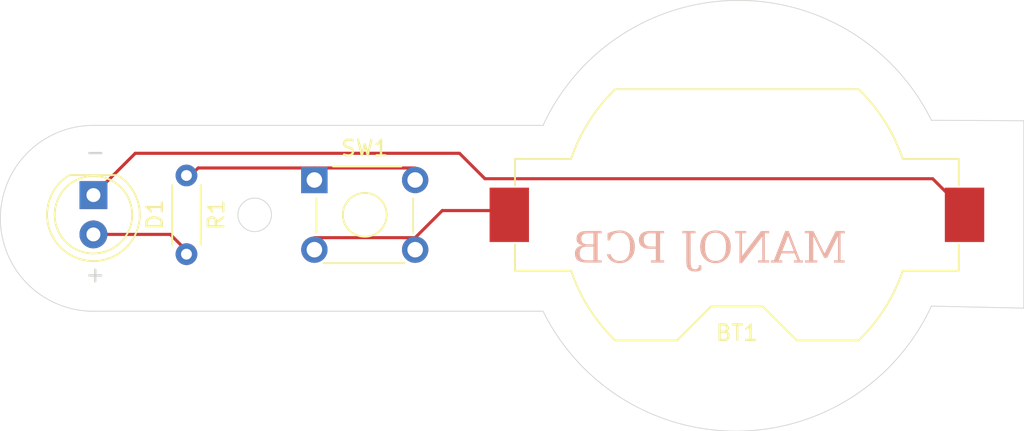
<source format=kicad_pcb>
(kicad_pcb (version 20240108) (generator "pcbnew") (generator_version "8.0")
  (layers (0 "F.Cu" signal) (31 "B.Cu" signal) (34 "B.Paste" user) (35 "F.Paste" user) (36 "B.SilkS" user "B.Silkscreen") (37 "F.SilkS" user "F.Silkscreen") (38 "B.Mask" user) (39 "F.Mask" user) (44 "Edge.Cuts" user))
  (net 0 "")
  (net 1 "Net-(BT1--)")
  (net 2 "Net-(BT1-+)")
  (net 3 "Net-(D1-A)")
  (net 4 "Net-(SW1A-A)")
  (footprint "Resistor_THT:R_Axial_DIN0204_L3.6mm_D1.6mm_P5.08mm_Horizontal" (layer "F.Cu") (at 131 80.735 -90)
    (property "Reference" "R1" (at 2.54 -1.92 90) (layer "F.SilkS"))
    (property "Value" "R")
    (fp_line (start 0.62 0.92) (end 4.46 0.92) (stroke (width 0.12)) (layer "F.SilkS"))
    (fp_line (start 0.62 -0.92) (end 4.46 -0.92) (stroke (width 0.12)) (layer "F.SilkS"))
    (pad "1" thru_hole circle (at 0 0 270) (size 1.4 1.4) (drill 0.7) (layers "*.Cu" "*.Mask") (net 4 "Net-(SW1A-A)"))
    (pad "2" thru_hole oval (at 5.08 0 270) (size 1.4 1.4) (drill 0.7) (layers "*.Cu" "*.Mask") (net 3 "Net-(D1-A)"))
  )
  (footprint "Button_Switch_THT:SW_TH_Tactile_Omron_B3F-10xx" (layer "F.Cu") (at 139.25 81.025)
    (property "Reference" "SW1" (at 3.25 -2.05 0) (layer "F.SilkS"))
    (property "Value" "SW_DPST_x2")
    (fp_line (start 0.13 3.4) (end 0.13 1.2) (stroke (width 0.12)) (layer "F.SilkS"))
    (fp_line (start 0.6 5.37) (end 5.8 5.37) (stroke (width 0.12)) (layer "F.SilkS"))
    (fp_line (start 1.2 -0.87) (end 5.6 -0.87) (stroke (width 0.12)) (layer "F.SilkS"))
    (fp_line (start 6.37 1.2) (end 6.37 3.4) (stroke (width 0.12)) (layer "F.SilkS"))
    (fp_circle (center 3.25 2.25) (end 4.25 3.25) (stroke (width 0.12)) (fill none) (layer "F.SilkS"))
    (pad "1" thru_hole rect (at 0 0) (size 1.7 1.7) (drill 1) (layers "*.Cu" "*.Mask") (net 4 "Net-(SW1A-A)"))
    (pad "1" thru_hole circle (at 6.5 0) (size 1.7 1.7) (drill 1) (layers "*.Cu" "*.Mask") (net 4 "Net-(SW1A-A)"))
    (pad "2" thru_hole circle (at 0 4.5) (size 1.7 1.7) (drill 1) (layers "*.Cu" "*.Mask") (net 2 "Net-(BT1-+)"))
    (pad "2" thru_hole circle (at 6.5 4.5) (size 1.7 1.7) (drill 1) (layers "*.Cu" "*.Mask") (net 2 "Net-(BT1-+)"))
  )
  (footprint "Battery:BatteryHolder_Keystone_1058_1x2032" (layer "F.Cu") (at 166.5 83.275)
    (property "Reference" "BT1" (at 0 7.62 0) (layer "F.SilkS"))
    (property "Value" "Battery_Cell")
    (fp_line (start -14.31 -3.61) (end -10.692 -3.61) (stroke (width 0.12)) (layer "F.SilkS"))
    (fp_line (start -14.31 -1.9) (end -14.31 -3.61) (stroke (width 0.12)) (layer "F.SilkS"))
    (fp_line (start -14.31 1.9) (end -14.31 3.61) (stroke (width 0.12)) (layer "F.SilkS"))
    (fp_line (start -10.692 3.61) (end -14.31 3.61) (stroke (width 0.12)) (layer "F.SilkS"))
    (fp_line (start -7.8473 -8.11) (end 7.8473 -8.11) (stroke (width 0.12)) (layer "F.SilkS"))
    (fp_line (start -3.86 8.11) (end -7.8473 8.11) (stroke (width 0.12)) (layer "F.SilkS"))
    (fp_line (start -1.66 5.91) (end -3.86 8.11) (stroke (width 0.12)) (layer "F.SilkS"))
    (fp_line (start 1.66 5.91) (end -1.66 5.91) (stroke (width 0.12)) (layer "F.SilkS"))
    (fp_line (start 1.66 5.91) (end 3.86 8.11) (stroke (width 0.12)) (layer "F.SilkS"))
    (fp_line (start 7.8473 8.11) (end 3.86 8.11) (stroke (width 0.12)) (layer "F.SilkS"))
    (fp_line (start 10.692 -3.61) (end 14.31 -3.61) (stroke (width 0.12)) (layer "F.SilkS"))
    (fp_line (start 14.31 -1.9) (end 14.31 -3.61) (stroke (width 0.12)) (layer "F.SilkS"))
    (fp_line (start 14.31 1.9) (end 14.31 3.61) (stroke (width 0.12)) (layer "F.SilkS"))
    (fp_line (start 14.31 3.61) (end 10.692 3.61) (stroke (width 0.12)) (layer "F.SilkS"))
    (fp_arc (start -10.692 -3.61) (mid -9.538084 -6.031244) (end -7.845371 -8.111789) (stroke (width 0.12)) (layer "F.SilkS"))
    (fp_arc (start -7.845371 8.111789) (mid -9.538085 6.031244) (end -10.692 3.61) (stroke (width 0.12)) (layer "F.SilkS"))
    (fp_arc (start 7.845371 -8.111789) (mid 9.538085 -6.031244) (end 10.692 -3.61) (stroke (width 0.12)) (layer "F.SilkS"))
    (fp_arc (start 10.692 3.61) (mid 9.538084 6.031244) (end 7.845371 8.111789) (stroke (width 0.12)) (layer "F.SilkS"))
    (pad "1" smd rect (at -14.68 0) (size 2.54 3.51) (layers "F.Cu" "F.Paste" "F.Mask") (net 2 "Net-(BT1-+)"))
    (pad "2" smd rect (at 14.68 0) (size 2.54 3.51) (layers "F.Cu" "F.Paste" "F.Mask") (net 1 "Net-(BT1--)"))
  )
  (footprint "LED_THT:LED_D5.0mm" (layer "F.Cu") (at 125 82 -90)
    (property "Reference" "D1" (at 1.27 -3.96 90) (layer "F.SilkS"))
    (property "Value" "LED")
    (fp_line (start -1.29 -1.545) (end -1.29 1.545) (stroke (width 0.12)) (layer "F.SilkS"))
    (fp_arc (start 4.26 -0.000462) (mid 2.072002 2.880433) (end -1.29 1.54483) (stroke (width 0.12)) (layer "F.SilkS"))
    (fp_arc (start -1.29 -1.54483) (mid 2.072002 -2.880433) (end 4.26 0.000462) (stroke (width 0.12)) (layer "F.SilkS"))
    (fp_circle (center 1.27 0) (end 3.77 0) (stroke (width 0.12)) (fill none) (layer "F.SilkS"))
    (pad "1" thru_hole rect (at 0 0 270) (size 1.8 1.8) (drill 0.9) (layers "*.Cu" "*.Mask") (net 1 "Net-(BT1--)"))
    (pad "2" thru_hole circle (at 2.54 0 270) (size 1.8 1.8) (drill 0.9) (layers "*.Cu" "*.Mask") (net 3 "Net-(D1-A)"))
  )
  (gr_arc (start 179.042303 89.169009) (mid 166.625623 97.238629) (end 154 89.5) (stroke (width 0.05)) (layer "Edge.Cuts"))
  (gr_line (start 179.042304 77.169009) (end 185 77.2) (stroke (width 0.05)) (layer "Edge.Cuts"))
  (gr_arc (start 125 89.5) (mid 119 83.5) (end 125 77.5) (stroke (width 0.05)) (layer "Edge.Cuts"))
  (gr_circle (center 135.4 83.275) (end 136.3 83.875) (stroke (width 0.05)) (fill none) (layer "Edge.Cuts"))
  (gr_line (start 179.042303 89.169009) (end 185 89.3) (stroke (width 0.05)) (layer "Edge.Cuts"))
  (gr_line (start 125 77.5) (end 154 77.5) (stroke (width 0.05)) (layer "Edge.Cuts"))
  (gr_arc (start 154.000001 77.5) (mid 166.416681 69.43038) (end 179.042304 77.169009) (stroke (width 0.05)) (layer "Edge.Cuts"))
  (gr_line (start 185 89.3) (end 185 77.2) (stroke (width 0.05)) (layer "Edge.Cuts"))
  (gr_line (start 125 89.5) (end 154 89.5) (stroke (width 0.05)) (layer "Edge.Cuts"))
  (gr_text "MANOJ PCB" (at 173.6 86.7 0) (layer "B.SilkS") (effects (font (size 2 2)) (justify left bottom mirror)))
  (gr_text "+" (at 124.4 87.7 0) (layer "Edge.Cuts") (effects (font (size 1 1)) (justify left bottom)))
  (gr_text "-" (at 124.4 79.8 0) (layer "Edge.Cuts") (effects (font (size 1 1)) (justify left bottom)))
  (segment (start 179.125 80.945) (end 181.18 83) (width 0.2) (layer "F.Cu") (net 1))
  (segment (start 150.25 80.945) (end 179.125 80.945) (width 0.2) (layer "F.Cu") (net 1))
  (segment (start 148.605 79.3) (end 150.25 80.945) (width 0.2) (layer "F.Cu") (net 1))
  (segment (start 127.7 79.3) (end 148.605 79.3) (width 0.2) (layer "F.Cu") (net 1))
  (segment (start 125 82) (end 127.7 79.3) (width 0.2) (layer "F.Cu") (net 1))
  (segment (start 139.25 84.75) (end 145.75 84.75) (width 0.2) (layer "F.Cu") (net 2))
  (segment (start 151.82 83) (end 147.5 83) (width 0.2) (layer "F.Cu") (net 2))
  (segment (start 147.5 83) (end 145.75 84.75) (width 0.2) (layer "F.Cu") (net 2))
  (segment (start 129.96 84.54) (end 131 85.58) (width 0.2) (layer "F.Cu") (net 3))
  (segment (start 125 84.54) (end 129.96 84.54) (width 0.2) (layer "F.Cu") (net 3))
  (segment (start 131.75 80.25) (end 139.25 80.25) (width 0.2) (layer "F.Cu") (net 4))
  (segment (start 131.5 80.5) (end 131.75 80.25) (width 0.2) (layer "F.Cu") (net 4))
  (segment (start 145.75 80.25) (end 139.25 80.25) (width 0.2) (layer "F.Cu") (net 4))
  (segment (start 131 80.5) (end 131.5 80.5) (width 0.2) (layer "F.Cu") (net 4))
)
</source>
